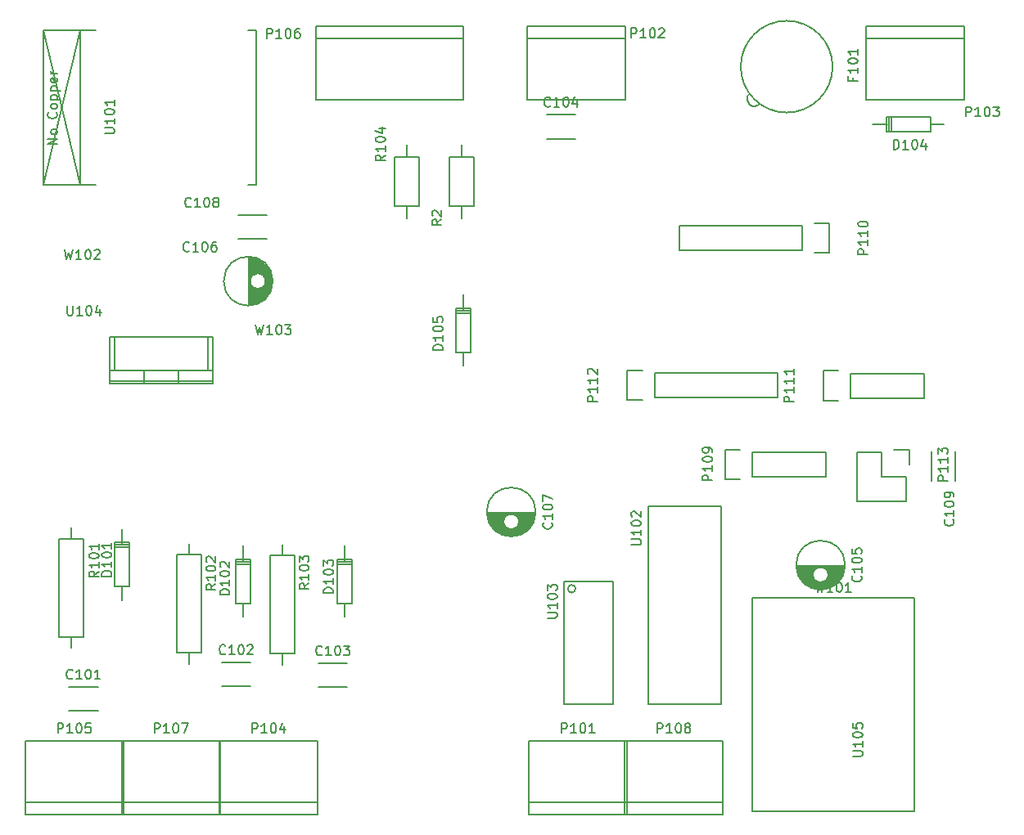
<source format=gbr>
G04 #@! TF.FileFunction,Legend,Top*
%FSLAX46Y46*%
G04 Gerber Fmt 4.6, Leading zero omitted, Abs format (unit mm)*
G04 Created by KiCad (PCBNEW 4.0.2+dfsg1-stable) date sáb 25 feb 2017 08:56:35 CET*
%MOMM*%
G01*
G04 APERTURE LIST*
%ADD10C,0.100000*%
%ADD11C,0.150000*%
%ADD12C,0.152400*%
G04 APERTURE END LIST*
D10*
D11*
X131711080Y-52650640D02*
X131568840Y-52770020D01*
X131568840Y-52770020D02*
X131408820Y-52858920D01*
X131408820Y-52858920D02*
X131159900Y-52909720D01*
X131159900Y-52909720D02*
X130900820Y-52879240D01*
X130900820Y-52879240D02*
X130639200Y-52729380D01*
X130639200Y-52729380D02*
X130469020Y-52510940D01*
X130469020Y-52510940D02*
X130390280Y-52218840D01*
X130390280Y-52218840D02*
X130430920Y-51929280D01*
X130430920Y-51929280D02*
X130509660Y-51748940D01*
X130509660Y-51748940D02*
X130659520Y-51619400D01*
X139239640Y-48800000D02*
G75*
G03X139239640Y-48800000I-4749800J0D01*
G01*
X149366520Y-54747460D02*
X150763520Y-54747460D01*
X144921520Y-54747460D02*
X143397520Y-54747460D01*
X145302520Y-53985460D02*
X145302520Y-55509460D01*
X145048520Y-53985460D02*
X145048520Y-55509460D01*
X144794520Y-54747460D02*
X144794520Y-55509460D01*
X144794520Y-55509460D02*
X149366520Y-55509460D01*
X149366520Y-55509460D02*
X149366520Y-53985460D01*
X149366520Y-53985460D02*
X144794520Y-53985460D01*
X144794520Y-53985460D02*
X144794520Y-54747460D01*
X65752540Y-102616520D02*
X65752540Y-104013520D01*
X65752540Y-98171520D02*
X65752540Y-96647520D01*
X66514540Y-98552520D02*
X64990540Y-98552520D01*
X66514540Y-98298520D02*
X64990540Y-98298520D01*
X65752540Y-98044520D02*
X64990540Y-98044520D01*
X64990540Y-98044520D02*
X64990540Y-102616520D01*
X64990540Y-102616520D02*
X66514540Y-102616520D01*
X66514540Y-102616520D02*
X66514540Y-98044520D01*
X66514540Y-98044520D02*
X65752540Y-98044520D01*
X60250000Y-113000000D02*
X63250000Y-113000000D01*
X63250000Y-115500000D02*
X60250000Y-115500000D01*
X76050000Y-110450000D02*
X79050000Y-110450000D01*
X79050000Y-112950000D02*
X76050000Y-112950000D01*
X86050000Y-110550000D02*
X89050000Y-110550000D01*
X89050000Y-113050000D02*
X86050000Y-113050000D01*
X109650000Y-53750000D02*
X112650000Y-53750000D01*
X112650000Y-56250000D02*
X109650000Y-56250000D01*
X78302540Y-104366520D02*
X78302540Y-105763520D01*
X78302540Y-99921520D02*
X78302540Y-98397520D01*
X79064540Y-100302520D02*
X77540540Y-100302520D01*
X79064540Y-100048520D02*
X77540540Y-100048520D01*
X78302540Y-99794520D02*
X77540540Y-99794520D01*
X77540540Y-99794520D02*
X77540540Y-104366520D01*
X77540540Y-104366520D02*
X79064540Y-104366520D01*
X79064540Y-104366520D02*
X79064540Y-99794520D01*
X79064540Y-99794520D02*
X78302540Y-99794520D01*
X88802540Y-104366520D02*
X88802540Y-105763520D01*
X88802540Y-99921520D02*
X88802540Y-98397520D01*
X89564540Y-100302520D02*
X88040540Y-100302520D01*
X89564540Y-100048520D02*
X88040540Y-100048520D01*
X88802540Y-99794520D02*
X88040540Y-99794520D01*
X88040540Y-99794520D02*
X88040540Y-104366520D01*
X88040540Y-104366520D02*
X89564540Y-104366520D01*
X89564540Y-104366520D02*
X89564540Y-99794520D01*
X89564540Y-99794520D02*
X88802540Y-99794520D01*
X117980000Y-124940000D02*
X107820000Y-124940000D01*
X117980000Y-126210000D02*
X117980000Y-118590000D01*
X117980000Y-118590000D02*
X107820000Y-118590000D01*
X107820000Y-118590000D02*
X107820000Y-126210000D01*
X107820000Y-126210000D02*
X117980000Y-126210000D01*
X107620000Y-45860000D02*
X117780000Y-45860000D01*
X107620000Y-44590000D02*
X107620000Y-52210000D01*
X107620000Y-52210000D02*
X117780000Y-52210000D01*
X117780000Y-52210000D02*
X117780000Y-44590000D01*
X117780000Y-44590000D02*
X107620000Y-44590000D01*
X142720000Y-45860000D02*
X152880000Y-45860000D01*
X142720000Y-44590000D02*
X142720000Y-52210000D01*
X142720000Y-52210000D02*
X152880000Y-52210000D01*
X152880000Y-52210000D02*
X152880000Y-44590000D01*
X152880000Y-44590000D02*
X142720000Y-44590000D01*
X85980000Y-124940000D02*
X75820000Y-124940000D01*
X85980000Y-126210000D02*
X85980000Y-118590000D01*
X85980000Y-118590000D02*
X75820000Y-118590000D01*
X75820000Y-118590000D02*
X75820000Y-126210000D01*
X75820000Y-126210000D02*
X85980000Y-126210000D01*
X65880000Y-124940000D02*
X55720000Y-124940000D01*
X65880000Y-126210000D02*
X65880000Y-118590000D01*
X65880000Y-118590000D02*
X55720000Y-118590000D01*
X55720000Y-118590000D02*
X55720000Y-126210000D01*
X55720000Y-126210000D02*
X65880000Y-126210000D01*
X101020000Y-44590000D02*
X101020000Y-52210000D01*
X85780000Y-44590000D02*
X85780000Y-52210000D01*
X101020000Y-45860000D02*
X85780000Y-45860000D01*
X101020000Y-52210000D02*
X85780000Y-52210000D01*
X101020000Y-44590000D02*
X85780000Y-44590000D01*
X75880000Y-124940000D02*
X65720000Y-124940000D01*
X75880000Y-126210000D02*
X75880000Y-118590000D01*
X75880000Y-118590000D02*
X65720000Y-118590000D01*
X65720000Y-118590000D02*
X65720000Y-126210000D01*
X65720000Y-126210000D02*
X75880000Y-126210000D01*
X127880000Y-124940000D02*
X117720000Y-124940000D01*
X127880000Y-126210000D02*
X127880000Y-118590000D01*
X127880000Y-118590000D02*
X117720000Y-118590000D01*
X117720000Y-118590000D02*
X117720000Y-126210000D01*
X117720000Y-126210000D02*
X127880000Y-126210000D01*
X99630000Y-63260000D02*
X99630000Y-58180000D01*
X99630000Y-58180000D02*
X102170000Y-58180000D01*
X102170000Y-58180000D02*
X102170000Y-63260000D01*
X102170000Y-63260000D02*
X99630000Y-63260000D01*
X100900000Y-63260000D02*
X100900000Y-64530000D01*
X100900000Y-58180000D02*
X100900000Y-56910000D01*
X61770000Y-97670000D02*
X59230000Y-97670000D01*
X59230000Y-97670000D02*
X59230000Y-107830000D01*
X59230000Y-107830000D02*
X61770000Y-107830000D01*
X61770000Y-107830000D02*
X61770000Y-97670000D01*
X60500000Y-108980000D02*
X60500000Y-107830000D01*
X60500000Y-96520000D02*
X60500000Y-97670000D01*
X73920000Y-99315000D02*
X71380000Y-99315000D01*
X71380000Y-99315000D02*
X71380000Y-109475000D01*
X71380000Y-109475000D02*
X73920000Y-109475000D01*
X73920000Y-109475000D02*
X73920000Y-99315000D01*
X72650000Y-110625000D02*
X72650000Y-109475000D01*
X72650000Y-98165000D02*
X72650000Y-99315000D01*
X83570000Y-99420000D02*
X81030000Y-99420000D01*
X81030000Y-99420000D02*
X81030000Y-109580000D01*
X81030000Y-109580000D02*
X83570000Y-109580000D01*
X83570000Y-109580000D02*
X83570000Y-99420000D01*
X82300000Y-110730000D02*
X82300000Y-109580000D01*
X82300000Y-98270000D02*
X82300000Y-99420000D01*
X96470000Y-58140000D02*
X96470000Y-63220000D01*
X96470000Y-63220000D02*
X93930000Y-63220000D01*
X93930000Y-63220000D02*
X93930000Y-58140000D01*
X93930000Y-58140000D02*
X96470000Y-58140000D01*
X95200000Y-58140000D02*
X95200000Y-56870000D01*
X95200000Y-63220000D02*
X95200000Y-64490000D01*
X127700000Y-94300000D02*
X127700000Y-114800000D01*
X127700000Y-114800000D02*
X120200000Y-114800000D01*
X120200000Y-114800000D02*
X120200000Y-94300000D01*
X120200000Y-94300000D02*
X127700000Y-94300000D01*
X112650780Y-102850000D02*
G75*
G03X112650780Y-102850000I-400780J0D01*
G01*
X111490000Y-102120000D02*
X111490000Y-114820000D01*
X111490000Y-114820000D02*
X116570000Y-114820000D01*
X116570000Y-114820000D02*
X116570000Y-102120000D01*
X116570000Y-102120000D02*
X111490000Y-102120000D01*
X64974000Y-80251000D02*
X64974000Y-76822000D01*
X74626000Y-80251000D02*
X74626000Y-76822000D01*
X64466000Y-81394000D02*
X75134000Y-81394000D01*
X68022000Y-80378000D02*
X68022000Y-81648000D01*
X71578000Y-80378000D02*
X71578000Y-81648000D01*
X75134000Y-80251000D02*
X64466000Y-80251000D01*
X64466000Y-76822000D02*
X75134000Y-76822000D01*
X75134000Y-81648000D02*
X75134000Y-76822000D01*
X64466000Y-81648000D02*
X64466000Y-76822000D01*
X64466000Y-81648000D02*
X75134000Y-81648000D01*
X140499000Y-100475000D02*
X135501000Y-100475000D01*
X140491000Y-100615000D02*
X138154000Y-100615000D01*
X137846000Y-100615000D02*
X135509000Y-100615000D01*
X140475000Y-100755000D02*
X138473000Y-100755000D01*
X137527000Y-100755000D02*
X135525000Y-100755000D01*
X140451000Y-100895000D02*
X138620000Y-100895000D01*
X137380000Y-100895000D02*
X135549000Y-100895000D01*
X140418000Y-101035000D02*
X138712000Y-101035000D01*
X137288000Y-101035000D02*
X135582000Y-101035000D01*
X140377000Y-101175000D02*
X138768000Y-101175000D01*
X137232000Y-101175000D02*
X135623000Y-101175000D01*
X140327000Y-101315000D02*
X138795000Y-101315000D01*
X137205000Y-101315000D02*
X135673000Y-101315000D01*
X140266000Y-101455000D02*
X138798000Y-101455000D01*
X137202000Y-101455000D02*
X135734000Y-101455000D01*
X140196000Y-101595000D02*
X138776000Y-101595000D01*
X137224000Y-101595000D02*
X135804000Y-101595000D01*
X140114000Y-101735000D02*
X138726000Y-101735000D01*
X137274000Y-101735000D02*
X135886000Y-101735000D01*
X140019000Y-101875000D02*
X138644000Y-101875000D01*
X137356000Y-101875000D02*
X135981000Y-101875000D01*
X139908000Y-102015000D02*
X138512000Y-102015000D01*
X137488000Y-102015000D02*
X136092000Y-102015000D01*
X139780000Y-102155000D02*
X138265000Y-102155000D01*
X137735000Y-102155000D02*
X136220000Y-102155000D01*
X139631000Y-102295000D02*
X136369000Y-102295000D01*
X139452000Y-102435000D02*
X136548000Y-102435000D01*
X139233000Y-102575000D02*
X136767000Y-102575000D01*
X138944000Y-102715000D02*
X137056000Y-102715000D01*
X138472000Y-102855000D02*
X137528000Y-102855000D01*
X138800000Y-101400000D02*
G75*
G03X138800000Y-101400000I-800000J0D01*
G01*
X140537500Y-100400000D02*
G75*
G03X140537500Y-100400000I-2537500J0D01*
G01*
X78875000Y-68501000D02*
X78875000Y-73499000D01*
X79015000Y-68509000D02*
X79015000Y-70846000D01*
X79015000Y-71154000D02*
X79015000Y-73491000D01*
X79155000Y-68525000D02*
X79155000Y-70527000D01*
X79155000Y-71473000D02*
X79155000Y-73475000D01*
X79295000Y-68549000D02*
X79295000Y-70380000D01*
X79295000Y-71620000D02*
X79295000Y-73451000D01*
X79435000Y-68582000D02*
X79435000Y-70288000D01*
X79435000Y-71712000D02*
X79435000Y-73418000D01*
X79575000Y-68623000D02*
X79575000Y-70232000D01*
X79575000Y-71768000D02*
X79575000Y-73377000D01*
X79715000Y-68673000D02*
X79715000Y-70205000D01*
X79715000Y-71795000D02*
X79715000Y-73327000D01*
X79855000Y-68734000D02*
X79855000Y-70202000D01*
X79855000Y-71798000D02*
X79855000Y-73266000D01*
X79995000Y-68804000D02*
X79995000Y-70224000D01*
X79995000Y-71776000D02*
X79995000Y-73196000D01*
X80135000Y-68886000D02*
X80135000Y-70274000D01*
X80135000Y-71726000D02*
X80135000Y-73114000D01*
X80275000Y-68981000D02*
X80275000Y-70356000D01*
X80275000Y-71644000D02*
X80275000Y-73019000D01*
X80415000Y-69092000D02*
X80415000Y-70488000D01*
X80415000Y-71512000D02*
X80415000Y-72908000D01*
X80555000Y-69220000D02*
X80555000Y-70735000D01*
X80555000Y-71265000D02*
X80555000Y-72780000D01*
X80695000Y-69369000D02*
X80695000Y-72631000D01*
X80835000Y-69548000D02*
X80835000Y-72452000D01*
X80975000Y-69767000D02*
X80975000Y-72233000D01*
X81115000Y-70056000D02*
X81115000Y-71944000D01*
X81255000Y-70528000D02*
X81255000Y-71472000D01*
X80600000Y-71000000D02*
G75*
G03X80600000Y-71000000I-800000J0D01*
G01*
X81337500Y-71000000D02*
G75*
G03X81337500Y-71000000I-2537500J0D01*
G01*
X108499000Y-94975000D02*
X103501000Y-94975000D01*
X108491000Y-95115000D02*
X106154000Y-95115000D01*
X105846000Y-95115000D02*
X103509000Y-95115000D01*
X108475000Y-95255000D02*
X106473000Y-95255000D01*
X105527000Y-95255000D02*
X103525000Y-95255000D01*
X108451000Y-95395000D02*
X106620000Y-95395000D01*
X105380000Y-95395000D02*
X103549000Y-95395000D01*
X108418000Y-95535000D02*
X106712000Y-95535000D01*
X105288000Y-95535000D02*
X103582000Y-95535000D01*
X108377000Y-95675000D02*
X106768000Y-95675000D01*
X105232000Y-95675000D02*
X103623000Y-95675000D01*
X108327000Y-95815000D02*
X106795000Y-95815000D01*
X105205000Y-95815000D02*
X103673000Y-95815000D01*
X108266000Y-95955000D02*
X106798000Y-95955000D01*
X105202000Y-95955000D02*
X103734000Y-95955000D01*
X108196000Y-96095000D02*
X106776000Y-96095000D01*
X105224000Y-96095000D02*
X103804000Y-96095000D01*
X108114000Y-96235000D02*
X106726000Y-96235000D01*
X105274000Y-96235000D02*
X103886000Y-96235000D01*
X108019000Y-96375000D02*
X106644000Y-96375000D01*
X105356000Y-96375000D02*
X103981000Y-96375000D01*
X107908000Y-96515000D02*
X106512000Y-96515000D01*
X105488000Y-96515000D02*
X104092000Y-96515000D01*
X107780000Y-96655000D02*
X106265000Y-96655000D01*
X105735000Y-96655000D02*
X104220000Y-96655000D01*
X107631000Y-96795000D02*
X104369000Y-96795000D01*
X107452000Y-96935000D02*
X104548000Y-96935000D01*
X107233000Y-97075000D02*
X104767000Y-97075000D01*
X106944000Y-97215000D02*
X105056000Y-97215000D01*
X106472000Y-97355000D02*
X105528000Y-97355000D01*
X106800000Y-95900000D02*
G75*
G03X106800000Y-95900000I-800000J0D01*
G01*
X108537500Y-94900000D02*
G75*
G03X108537500Y-94900000I-2537500J0D01*
G01*
X130918000Y-103824000D02*
X147682000Y-103824000D01*
X147682000Y-103824000D02*
X147682000Y-125922000D01*
X147682000Y-125922000D02*
X130918000Y-125922000D01*
X130918000Y-125922000D02*
X130918000Y-103824000D01*
X77750000Y-64150000D02*
X80750000Y-64150000D01*
X80750000Y-66650000D02*
X77750000Y-66650000D01*
X149450000Y-91650000D02*
X149450000Y-88650000D01*
X151950000Y-88650000D02*
X151950000Y-91650000D01*
X136060000Y-67810000D02*
X123360000Y-67810000D01*
X123360000Y-67810000D02*
X123360000Y-65270000D01*
X123360000Y-65270000D02*
X136060000Y-65270000D01*
X138880000Y-68090000D02*
X137330000Y-68090000D01*
X136060000Y-67810000D02*
X136060000Y-65270000D01*
X137330000Y-64990000D02*
X138880000Y-64990000D01*
X138880000Y-64990000D02*
X138880000Y-68090000D01*
D12*
X57600000Y-61000000D02*
X57600000Y-45000000D01*
X57600000Y-45000000D02*
X63000000Y-45000000D01*
X57600000Y-61000000D02*
X63000000Y-61000000D01*
X78800000Y-61000000D02*
X79600000Y-61000000D01*
X79600000Y-61000000D02*
X79600000Y-45000000D01*
X79600000Y-45000000D02*
X78800000Y-45000000D01*
X57600000Y-45000000D02*
X61400000Y-61000000D01*
X57600000Y-61000000D02*
X61400000Y-45000000D01*
X61400000Y-61008000D02*
X61400000Y-45008000D01*
D11*
X130970000Y-91270000D02*
X138590000Y-91270000D01*
X130970000Y-88730000D02*
X138590000Y-88730000D01*
X128150000Y-88450000D02*
X129700000Y-88450000D01*
X138590000Y-91270000D02*
X138590000Y-88730000D01*
X130970000Y-88730000D02*
X130970000Y-91270000D01*
X129700000Y-91550000D02*
X128150000Y-91550000D01*
X128150000Y-91550000D02*
X128150000Y-88450000D01*
X141130000Y-83090000D02*
X148750000Y-83090000D01*
X141130000Y-80550000D02*
X148750000Y-80550000D01*
X138310000Y-80270000D02*
X139860000Y-80270000D01*
X148750000Y-83090000D02*
X148750000Y-80550000D01*
X141130000Y-80550000D02*
X141130000Y-83090000D01*
X139860000Y-83370000D02*
X138310000Y-83370000D01*
X138310000Y-83370000D02*
X138310000Y-80270000D01*
X120820000Y-80510000D02*
X133520000Y-80510000D01*
X133520000Y-80510000D02*
X133520000Y-83050000D01*
X133520000Y-83050000D02*
X120820000Y-83050000D01*
X118000000Y-80230000D02*
X119550000Y-80230000D01*
X120820000Y-80510000D02*
X120820000Y-83050000D01*
X119550000Y-83330000D02*
X118000000Y-83330000D01*
X118000000Y-83330000D02*
X118000000Y-80230000D01*
X101002540Y-78366520D02*
X101002540Y-79763520D01*
X101002540Y-73921520D02*
X101002540Y-72397520D01*
X101764540Y-74302520D02*
X100240540Y-74302520D01*
X101764540Y-74048520D02*
X100240540Y-74048520D01*
X101002540Y-73794520D02*
X100240540Y-73794520D01*
X100240540Y-73794520D02*
X100240540Y-78366520D01*
X100240540Y-78366520D02*
X101764540Y-78366520D01*
X101764540Y-78366520D02*
X101764540Y-73794520D01*
X101764540Y-73794520D02*
X101002540Y-73794520D01*
X145600000Y-88450000D02*
X147150000Y-88450000D01*
X147150000Y-90000000D02*
X147150000Y-88450000D01*
X144330000Y-88730000D02*
X144330000Y-91270000D01*
X144330000Y-91270000D02*
X146870000Y-91270000D01*
X146870000Y-91270000D02*
X146870000Y-93810000D01*
X146870000Y-93810000D02*
X141790000Y-93810000D01*
X141790000Y-93810000D02*
X141790000Y-88730000D01*
X141790000Y-88730000D02*
X144330000Y-88730000D01*
X141319591Y-49935854D02*
X141319591Y-50269188D01*
X141843401Y-50269188D02*
X140843401Y-50269188D01*
X140843401Y-49792997D01*
X141843401Y-48888235D02*
X141843401Y-49459664D01*
X141843401Y-49173950D02*
X140843401Y-49173950D01*
X140986258Y-49269188D01*
X141081496Y-49364426D01*
X141129115Y-49459664D01*
X140843401Y-48269188D02*
X140843401Y-48173949D01*
X140891020Y-48078711D01*
X140938639Y-48031092D01*
X141033877Y-47983473D01*
X141224353Y-47935854D01*
X141462449Y-47935854D01*
X141652925Y-47983473D01*
X141748163Y-48031092D01*
X141795782Y-48078711D01*
X141843401Y-48173949D01*
X141843401Y-48269188D01*
X141795782Y-48364426D01*
X141748163Y-48412045D01*
X141652925Y-48459664D01*
X141462449Y-48507283D01*
X141224353Y-48507283D01*
X141033877Y-48459664D01*
X140938639Y-48412045D01*
X140891020Y-48364426D01*
X140843401Y-48269188D01*
X141843401Y-46983473D02*
X141843401Y-47554902D01*
X141843401Y-47269188D02*
X140843401Y-47269188D01*
X140986258Y-47364426D01*
X141081496Y-47459664D01*
X141129115Y-47554902D01*
X145549524Y-57352381D02*
X145549524Y-56352381D01*
X145787619Y-56352381D01*
X145930477Y-56400000D01*
X146025715Y-56495238D01*
X146073334Y-56590476D01*
X146120953Y-56780952D01*
X146120953Y-56923810D01*
X146073334Y-57114286D01*
X146025715Y-57209524D01*
X145930477Y-57304762D01*
X145787619Y-57352381D01*
X145549524Y-57352381D01*
X147073334Y-57352381D02*
X146501905Y-57352381D01*
X146787619Y-57352381D02*
X146787619Y-56352381D01*
X146692381Y-56495238D01*
X146597143Y-56590476D01*
X146501905Y-56638095D01*
X147692381Y-56352381D02*
X147787620Y-56352381D01*
X147882858Y-56400000D01*
X147930477Y-56447619D01*
X147978096Y-56542857D01*
X148025715Y-56733333D01*
X148025715Y-56971429D01*
X147978096Y-57161905D01*
X147930477Y-57257143D01*
X147882858Y-57304762D01*
X147787620Y-57352381D01*
X147692381Y-57352381D01*
X147597143Y-57304762D01*
X147549524Y-57257143D01*
X147501905Y-57161905D01*
X147454286Y-56971429D01*
X147454286Y-56733333D01*
X147501905Y-56542857D01*
X147549524Y-56447619D01*
X147597143Y-56400000D01*
X147692381Y-56352381D01*
X148882858Y-56685714D02*
X148882858Y-57352381D01*
X148644762Y-56304762D02*
X148406667Y-57019048D01*
X149025715Y-57019048D01*
X64662381Y-101550476D02*
X63662381Y-101550476D01*
X63662381Y-101312381D01*
X63710000Y-101169523D01*
X63805238Y-101074285D01*
X63900476Y-101026666D01*
X64090952Y-100979047D01*
X64233810Y-100979047D01*
X64424286Y-101026666D01*
X64519524Y-101074285D01*
X64614762Y-101169523D01*
X64662381Y-101312381D01*
X64662381Y-101550476D01*
X64662381Y-100026666D02*
X64662381Y-100598095D01*
X64662381Y-100312381D02*
X63662381Y-100312381D01*
X63805238Y-100407619D01*
X63900476Y-100502857D01*
X63948095Y-100598095D01*
X63662381Y-99407619D02*
X63662381Y-99312380D01*
X63710000Y-99217142D01*
X63757619Y-99169523D01*
X63852857Y-99121904D01*
X64043333Y-99074285D01*
X64281429Y-99074285D01*
X64471905Y-99121904D01*
X64567143Y-99169523D01*
X64614762Y-99217142D01*
X64662381Y-99312380D01*
X64662381Y-99407619D01*
X64614762Y-99502857D01*
X64567143Y-99550476D01*
X64471905Y-99598095D01*
X64281429Y-99645714D01*
X64043333Y-99645714D01*
X63852857Y-99598095D01*
X63757619Y-99550476D01*
X63710000Y-99502857D01*
X63662381Y-99407619D01*
X64662381Y-98121904D02*
X64662381Y-98693333D01*
X64662381Y-98407619D02*
X63662381Y-98407619D01*
X63805238Y-98502857D01*
X63900476Y-98598095D01*
X63948095Y-98693333D01*
X60630953Y-112107143D02*
X60583334Y-112154762D01*
X60440477Y-112202381D01*
X60345239Y-112202381D01*
X60202381Y-112154762D01*
X60107143Y-112059524D01*
X60059524Y-111964286D01*
X60011905Y-111773810D01*
X60011905Y-111630952D01*
X60059524Y-111440476D01*
X60107143Y-111345238D01*
X60202381Y-111250000D01*
X60345239Y-111202381D01*
X60440477Y-111202381D01*
X60583334Y-111250000D01*
X60630953Y-111297619D01*
X61583334Y-112202381D02*
X61011905Y-112202381D01*
X61297619Y-112202381D02*
X61297619Y-111202381D01*
X61202381Y-111345238D01*
X61107143Y-111440476D01*
X61011905Y-111488095D01*
X62202381Y-111202381D02*
X62297620Y-111202381D01*
X62392858Y-111250000D01*
X62440477Y-111297619D01*
X62488096Y-111392857D01*
X62535715Y-111583333D01*
X62535715Y-111821429D01*
X62488096Y-112011905D01*
X62440477Y-112107143D01*
X62392858Y-112154762D01*
X62297620Y-112202381D01*
X62202381Y-112202381D01*
X62107143Y-112154762D01*
X62059524Y-112107143D01*
X62011905Y-112011905D01*
X61964286Y-111821429D01*
X61964286Y-111583333D01*
X62011905Y-111392857D01*
X62059524Y-111297619D01*
X62107143Y-111250000D01*
X62202381Y-111202381D01*
X63488096Y-112202381D02*
X62916667Y-112202381D01*
X63202381Y-112202381D02*
X63202381Y-111202381D01*
X63107143Y-111345238D01*
X63011905Y-111440476D01*
X62916667Y-111488095D01*
X76430953Y-109557143D02*
X76383334Y-109604762D01*
X76240477Y-109652381D01*
X76145239Y-109652381D01*
X76002381Y-109604762D01*
X75907143Y-109509524D01*
X75859524Y-109414286D01*
X75811905Y-109223810D01*
X75811905Y-109080952D01*
X75859524Y-108890476D01*
X75907143Y-108795238D01*
X76002381Y-108700000D01*
X76145239Y-108652381D01*
X76240477Y-108652381D01*
X76383334Y-108700000D01*
X76430953Y-108747619D01*
X77383334Y-109652381D02*
X76811905Y-109652381D01*
X77097619Y-109652381D02*
X77097619Y-108652381D01*
X77002381Y-108795238D01*
X76907143Y-108890476D01*
X76811905Y-108938095D01*
X78002381Y-108652381D02*
X78097620Y-108652381D01*
X78192858Y-108700000D01*
X78240477Y-108747619D01*
X78288096Y-108842857D01*
X78335715Y-109033333D01*
X78335715Y-109271429D01*
X78288096Y-109461905D01*
X78240477Y-109557143D01*
X78192858Y-109604762D01*
X78097620Y-109652381D01*
X78002381Y-109652381D01*
X77907143Y-109604762D01*
X77859524Y-109557143D01*
X77811905Y-109461905D01*
X77764286Y-109271429D01*
X77764286Y-109033333D01*
X77811905Y-108842857D01*
X77859524Y-108747619D01*
X77907143Y-108700000D01*
X78002381Y-108652381D01*
X78716667Y-108747619D02*
X78764286Y-108700000D01*
X78859524Y-108652381D01*
X79097620Y-108652381D01*
X79192858Y-108700000D01*
X79240477Y-108747619D01*
X79288096Y-108842857D01*
X79288096Y-108938095D01*
X79240477Y-109080952D01*
X78669048Y-109652381D01*
X79288096Y-109652381D01*
X86430953Y-109657143D02*
X86383334Y-109704762D01*
X86240477Y-109752381D01*
X86145239Y-109752381D01*
X86002381Y-109704762D01*
X85907143Y-109609524D01*
X85859524Y-109514286D01*
X85811905Y-109323810D01*
X85811905Y-109180952D01*
X85859524Y-108990476D01*
X85907143Y-108895238D01*
X86002381Y-108800000D01*
X86145239Y-108752381D01*
X86240477Y-108752381D01*
X86383334Y-108800000D01*
X86430953Y-108847619D01*
X87383334Y-109752381D02*
X86811905Y-109752381D01*
X87097619Y-109752381D02*
X87097619Y-108752381D01*
X87002381Y-108895238D01*
X86907143Y-108990476D01*
X86811905Y-109038095D01*
X88002381Y-108752381D02*
X88097620Y-108752381D01*
X88192858Y-108800000D01*
X88240477Y-108847619D01*
X88288096Y-108942857D01*
X88335715Y-109133333D01*
X88335715Y-109371429D01*
X88288096Y-109561905D01*
X88240477Y-109657143D01*
X88192858Y-109704762D01*
X88097620Y-109752381D01*
X88002381Y-109752381D01*
X87907143Y-109704762D01*
X87859524Y-109657143D01*
X87811905Y-109561905D01*
X87764286Y-109371429D01*
X87764286Y-109133333D01*
X87811905Y-108942857D01*
X87859524Y-108847619D01*
X87907143Y-108800000D01*
X88002381Y-108752381D01*
X88669048Y-108752381D02*
X89288096Y-108752381D01*
X88954762Y-109133333D01*
X89097620Y-109133333D01*
X89192858Y-109180952D01*
X89240477Y-109228571D01*
X89288096Y-109323810D01*
X89288096Y-109561905D01*
X89240477Y-109657143D01*
X89192858Y-109704762D01*
X89097620Y-109752381D01*
X88811905Y-109752381D01*
X88716667Y-109704762D01*
X88669048Y-109657143D01*
X110030953Y-52857143D02*
X109983334Y-52904762D01*
X109840477Y-52952381D01*
X109745239Y-52952381D01*
X109602381Y-52904762D01*
X109507143Y-52809524D01*
X109459524Y-52714286D01*
X109411905Y-52523810D01*
X109411905Y-52380952D01*
X109459524Y-52190476D01*
X109507143Y-52095238D01*
X109602381Y-52000000D01*
X109745239Y-51952381D01*
X109840477Y-51952381D01*
X109983334Y-52000000D01*
X110030953Y-52047619D01*
X110983334Y-52952381D02*
X110411905Y-52952381D01*
X110697619Y-52952381D02*
X110697619Y-51952381D01*
X110602381Y-52095238D01*
X110507143Y-52190476D01*
X110411905Y-52238095D01*
X111602381Y-51952381D02*
X111697620Y-51952381D01*
X111792858Y-52000000D01*
X111840477Y-52047619D01*
X111888096Y-52142857D01*
X111935715Y-52333333D01*
X111935715Y-52571429D01*
X111888096Y-52761905D01*
X111840477Y-52857143D01*
X111792858Y-52904762D01*
X111697620Y-52952381D01*
X111602381Y-52952381D01*
X111507143Y-52904762D01*
X111459524Y-52857143D01*
X111411905Y-52761905D01*
X111364286Y-52571429D01*
X111364286Y-52333333D01*
X111411905Y-52142857D01*
X111459524Y-52047619D01*
X111507143Y-52000000D01*
X111602381Y-51952381D01*
X112792858Y-52285714D02*
X112792858Y-52952381D01*
X112554762Y-51904762D02*
X112316667Y-52619048D01*
X112935715Y-52619048D01*
X76862381Y-103470476D02*
X75862381Y-103470476D01*
X75862381Y-103232381D01*
X75910000Y-103089523D01*
X76005238Y-102994285D01*
X76100476Y-102946666D01*
X76290952Y-102899047D01*
X76433810Y-102899047D01*
X76624286Y-102946666D01*
X76719524Y-102994285D01*
X76814762Y-103089523D01*
X76862381Y-103232381D01*
X76862381Y-103470476D01*
X76862381Y-101946666D02*
X76862381Y-102518095D01*
X76862381Y-102232381D02*
X75862381Y-102232381D01*
X76005238Y-102327619D01*
X76100476Y-102422857D01*
X76148095Y-102518095D01*
X75862381Y-101327619D02*
X75862381Y-101232380D01*
X75910000Y-101137142D01*
X75957619Y-101089523D01*
X76052857Y-101041904D01*
X76243333Y-100994285D01*
X76481429Y-100994285D01*
X76671905Y-101041904D01*
X76767143Y-101089523D01*
X76814762Y-101137142D01*
X76862381Y-101232380D01*
X76862381Y-101327619D01*
X76814762Y-101422857D01*
X76767143Y-101470476D01*
X76671905Y-101518095D01*
X76481429Y-101565714D01*
X76243333Y-101565714D01*
X76052857Y-101518095D01*
X75957619Y-101470476D01*
X75910000Y-101422857D01*
X75862381Y-101327619D01*
X75957619Y-100613333D02*
X75910000Y-100565714D01*
X75862381Y-100470476D01*
X75862381Y-100232380D01*
X75910000Y-100137142D01*
X75957619Y-100089523D01*
X76052857Y-100041904D01*
X76148095Y-100041904D01*
X76290952Y-100089523D01*
X76862381Y-100660952D01*
X76862381Y-100041904D01*
X87592381Y-103300476D02*
X86592381Y-103300476D01*
X86592381Y-103062381D01*
X86640000Y-102919523D01*
X86735238Y-102824285D01*
X86830476Y-102776666D01*
X87020952Y-102729047D01*
X87163810Y-102729047D01*
X87354286Y-102776666D01*
X87449524Y-102824285D01*
X87544762Y-102919523D01*
X87592381Y-103062381D01*
X87592381Y-103300476D01*
X87592381Y-101776666D02*
X87592381Y-102348095D01*
X87592381Y-102062381D02*
X86592381Y-102062381D01*
X86735238Y-102157619D01*
X86830476Y-102252857D01*
X86878095Y-102348095D01*
X86592381Y-101157619D02*
X86592381Y-101062380D01*
X86640000Y-100967142D01*
X86687619Y-100919523D01*
X86782857Y-100871904D01*
X86973333Y-100824285D01*
X87211429Y-100824285D01*
X87401905Y-100871904D01*
X87497143Y-100919523D01*
X87544762Y-100967142D01*
X87592381Y-101062380D01*
X87592381Y-101157619D01*
X87544762Y-101252857D01*
X87497143Y-101300476D01*
X87401905Y-101348095D01*
X87211429Y-101395714D01*
X86973333Y-101395714D01*
X86782857Y-101348095D01*
X86687619Y-101300476D01*
X86640000Y-101252857D01*
X86592381Y-101157619D01*
X86592381Y-100490952D02*
X86592381Y-99871904D01*
X86973333Y-100205238D01*
X86973333Y-100062380D01*
X87020952Y-99967142D01*
X87068571Y-99919523D01*
X87163810Y-99871904D01*
X87401905Y-99871904D01*
X87497143Y-99919523D01*
X87544762Y-99967142D01*
X87592381Y-100062380D01*
X87592381Y-100348095D01*
X87544762Y-100443333D01*
X87497143Y-100490952D01*
X111209524Y-117772381D02*
X111209524Y-116772381D01*
X111590477Y-116772381D01*
X111685715Y-116820000D01*
X111733334Y-116867619D01*
X111780953Y-116962857D01*
X111780953Y-117105714D01*
X111733334Y-117200952D01*
X111685715Y-117248571D01*
X111590477Y-117296190D01*
X111209524Y-117296190D01*
X112733334Y-117772381D02*
X112161905Y-117772381D01*
X112447619Y-117772381D02*
X112447619Y-116772381D01*
X112352381Y-116915238D01*
X112257143Y-117010476D01*
X112161905Y-117058095D01*
X113352381Y-116772381D02*
X113447620Y-116772381D01*
X113542858Y-116820000D01*
X113590477Y-116867619D01*
X113638096Y-116962857D01*
X113685715Y-117153333D01*
X113685715Y-117391429D01*
X113638096Y-117581905D01*
X113590477Y-117677143D01*
X113542858Y-117724762D01*
X113447620Y-117772381D01*
X113352381Y-117772381D01*
X113257143Y-117724762D01*
X113209524Y-117677143D01*
X113161905Y-117581905D01*
X113114286Y-117391429D01*
X113114286Y-117153333D01*
X113161905Y-116962857D01*
X113209524Y-116867619D01*
X113257143Y-116820000D01*
X113352381Y-116772381D01*
X114638096Y-117772381D02*
X114066667Y-117772381D01*
X114352381Y-117772381D02*
X114352381Y-116772381D01*
X114257143Y-116915238D01*
X114161905Y-117010476D01*
X114066667Y-117058095D01*
X118419524Y-45812381D02*
X118419524Y-44812381D01*
X118800477Y-44812381D01*
X118895715Y-44860000D01*
X118943334Y-44907619D01*
X118990953Y-45002857D01*
X118990953Y-45145714D01*
X118943334Y-45240952D01*
X118895715Y-45288571D01*
X118800477Y-45336190D01*
X118419524Y-45336190D01*
X119943334Y-45812381D02*
X119371905Y-45812381D01*
X119657619Y-45812381D02*
X119657619Y-44812381D01*
X119562381Y-44955238D01*
X119467143Y-45050476D01*
X119371905Y-45098095D01*
X120562381Y-44812381D02*
X120657620Y-44812381D01*
X120752858Y-44860000D01*
X120800477Y-44907619D01*
X120848096Y-45002857D01*
X120895715Y-45193333D01*
X120895715Y-45431429D01*
X120848096Y-45621905D01*
X120800477Y-45717143D01*
X120752858Y-45764762D01*
X120657620Y-45812381D01*
X120562381Y-45812381D01*
X120467143Y-45764762D01*
X120419524Y-45717143D01*
X120371905Y-45621905D01*
X120324286Y-45431429D01*
X120324286Y-45193333D01*
X120371905Y-45002857D01*
X120419524Y-44907619D01*
X120467143Y-44860000D01*
X120562381Y-44812381D01*
X121276667Y-44907619D02*
X121324286Y-44860000D01*
X121419524Y-44812381D01*
X121657620Y-44812381D01*
X121752858Y-44860000D01*
X121800477Y-44907619D01*
X121848096Y-45002857D01*
X121848096Y-45098095D01*
X121800477Y-45240952D01*
X121229048Y-45812381D01*
X121848096Y-45812381D01*
X153029524Y-53952381D02*
X153029524Y-52952381D01*
X153410477Y-52952381D01*
X153505715Y-53000000D01*
X153553334Y-53047619D01*
X153600953Y-53142857D01*
X153600953Y-53285714D01*
X153553334Y-53380952D01*
X153505715Y-53428571D01*
X153410477Y-53476190D01*
X153029524Y-53476190D01*
X154553334Y-53952381D02*
X153981905Y-53952381D01*
X154267619Y-53952381D02*
X154267619Y-52952381D01*
X154172381Y-53095238D01*
X154077143Y-53190476D01*
X153981905Y-53238095D01*
X155172381Y-52952381D02*
X155267620Y-52952381D01*
X155362858Y-53000000D01*
X155410477Y-53047619D01*
X155458096Y-53142857D01*
X155505715Y-53333333D01*
X155505715Y-53571429D01*
X155458096Y-53761905D01*
X155410477Y-53857143D01*
X155362858Y-53904762D01*
X155267620Y-53952381D01*
X155172381Y-53952381D01*
X155077143Y-53904762D01*
X155029524Y-53857143D01*
X154981905Y-53761905D01*
X154934286Y-53571429D01*
X154934286Y-53333333D01*
X154981905Y-53142857D01*
X155029524Y-53047619D01*
X155077143Y-53000000D01*
X155172381Y-52952381D01*
X155839048Y-52952381D02*
X156458096Y-52952381D01*
X156124762Y-53333333D01*
X156267620Y-53333333D01*
X156362858Y-53380952D01*
X156410477Y-53428571D01*
X156458096Y-53523810D01*
X156458096Y-53761905D01*
X156410477Y-53857143D01*
X156362858Y-53904762D01*
X156267620Y-53952381D01*
X155981905Y-53952381D01*
X155886667Y-53904762D01*
X155839048Y-53857143D01*
X79209524Y-117772381D02*
X79209524Y-116772381D01*
X79590477Y-116772381D01*
X79685715Y-116820000D01*
X79733334Y-116867619D01*
X79780953Y-116962857D01*
X79780953Y-117105714D01*
X79733334Y-117200952D01*
X79685715Y-117248571D01*
X79590477Y-117296190D01*
X79209524Y-117296190D01*
X80733334Y-117772381D02*
X80161905Y-117772381D01*
X80447619Y-117772381D02*
X80447619Y-116772381D01*
X80352381Y-116915238D01*
X80257143Y-117010476D01*
X80161905Y-117058095D01*
X81352381Y-116772381D02*
X81447620Y-116772381D01*
X81542858Y-116820000D01*
X81590477Y-116867619D01*
X81638096Y-116962857D01*
X81685715Y-117153333D01*
X81685715Y-117391429D01*
X81638096Y-117581905D01*
X81590477Y-117677143D01*
X81542858Y-117724762D01*
X81447620Y-117772381D01*
X81352381Y-117772381D01*
X81257143Y-117724762D01*
X81209524Y-117677143D01*
X81161905Y-117581905D01*
X81114286Y-117391429D01*
X81114286Y-117153333D01*
X81161905Y-116962857D01*
X81209524Y-116867619D01*
X81257143Y-116820000D01*
X81352381Y-116772381D01*
X82542858Y-117105714D02*
X82542858Y-117772381D01*
X82304762Y-116724762D02*
X82066667Y-117439048D01*
X82685715Y-117439048D01*
X59109524Y-117772381D02*
X59109524Y-116772381D01*
X59490477Y-116772381D01*
X59585715Y-116820000D01*
X59633334Y-116867619D01*
X59680953Y-116962857D01*
X59680953Y-117105714D01*
X59633334Y-117200952D01*
X59585715Y-117248571D01*
X59490477Y-117296190D01*
X59109524Y-117296190D01*
X60633334Y-117772381D02*
X60061905Y-117772381D01*
X60347619Y-117772381D02*
X60347619Y-116772381D01*
X60252381Y-116915238D01*
X60157143Y-117010476D01*
X60061905Y-117058095D01*
X61252381Y-116772381D02*
X61347620Y-116772381D01*
X61442858Y-116820000D01*
X61490477Y-116867619D01*
X61538096Y-116962857D01*
X61585715Y-117153333D01*
X61585715Y-117391429D01*
X61538096Y-117581905D01*
X61490477Y-117677143D01*
X61442858Y-117724762D01*
X61347620Y-117772381D01*
X61252381Y-117772381D01*
X61157143Y-117724762D01*
X61109524Y-117677143D01*
X61061905Y-117581905D01*
X61014286Y-117391429D01*
X61014286Y-117153333D01*
X61061905Y-116962857D01*
X61109524Y-116867619D01*
X61157143Y-116820000D01*
X61252381Y-116772381D01*
X62490477Y-116772381D02*
X62014286Y-116772381D01*
X61966667Y-117248571D01*
X62014286Y-117200952D01*
X62109524Y-117153333D01*
X62347620Y-117153333D01*
X62442858Y-117200952D01*
X62490477Y-117248571D01*
X62538096Y-117343810D01*
X62538096Y-117581905D01*
X62490477Y-117677143D01*
X62442858Y-117724762D01*
X62347620Y-117772381D01*
X62109524Y-117772381D01*
X62014286Y-117724762D01*
X61966667Y-117677143D01*
X80739524Y-45852381D02*
X80739524Y-44852381D01*
X81120477Y-44852381D01*
X81215715Y-44900000D01*
X81263334Y-44947619D01*
X81310953Y-45042857D01*
X81310953Y-45185714D01*
X81263334Y-45280952D01*
X81215715Y-45328571D01*
X81120477Y-45376190D01*
X80739524Y-45376190D01*
X82263334Y-45852381D02*
X81691905Y-45852381D01*
X81977619Y-45852381D02*
X81977619Y-44852381D01*
X81882381Y-44995238D01*
X81787143Y-45090476D01*
X81691905Y-45138095D01*
X82882381Y-44852381D02*
X82977620Y-44852381D01*
X83072858Y-44900000D01*
X83120477Y-44947619D01*
X83168096Y-45042857D01*
X83215715Y-45233333D01*
X83215715Y-45471429D01*
X83168096Y-45661905D01*
X83120477Y-45757143D01*
X83072858Y-45804762D01*
X82977620Y-45852381D01*
X82882381Y-45852381D01*
X82787143Y-45804762D01*
X82739524Y-45757143D01*
X82691905Y-45661905D01*
X82644286Y-45471429D01*
X82644286Y-45233333D01*
X82691905Y-45042857D01*
X82739524Y-44947619D01*
X82787143Y-44900000D01*
X82882381Y-44852381D01*
X84072858Y-44852381D02*
X83882381Y-44852381D01*
X83787143Y-44900000D01*
X83739524Y-44947619D01*
X83644286Y-45090476D01*
X83596667Y-45280952D01*
X83596667Y-45661905D01*
X83644286Y-45757143D01*
X83691905Y-45804762D01*
X83787143Y-45852381D01*
X83977620Y-45852381D01*
X84072858Y-45804762D01*
X84120477Y-45757143D01*
X84168096Y-45661905D01*
X84168096Y-45423810D01*
X84120477Y-45328571D01*
X84072858Y-45280952D01*
X83977620Y-45233333D01*
X83787143Y-45233333D01*
X83691905Y-45280952D01*
X83644286Y-45328571D01*
X83596667Y-45423810D01*
X69109524Y-117772381D02*
X69109524Y-116772381D01*
X69490477Y-116772381D01*
X69585715Y-116820000D01*
X69633334Y-116867619D01*
X69680953Y-116962857D01*
X69680953Y-117105714D01*
X69633334Y-117200952D01*
X69585715Y-117248571D01*
X69490477Y-117296190D01*
X69109524Y-117296190D01*
X70633334Y-117772381D02*
X70061905Y-117772381D01*
X70347619Y-117772381D02*
X70347619Y-116772381D01*
X70252381Y-116915238D01*
X70157143Y-117010476D01*
X70061905Y-117058095D01*
X71252381Y-116772381D02*
X71347620Y-116772381D01*
X71442858Y-116820000D01*
X71490477Y-116867619D01*
X71538096Y-116962857D01*
X71585715Y-117153333D01*
X71585715Y-117391429D01*
X71538096Y-117581905D01*
X71490477Y-117677143D01*
X71442858Y-117724762D01*
X71347620Y-117772381D01*
X71252381Y-117772381D01*
X71157143Y-117724762D01*
X71109524Y-117677143D01*
X71061905Y-117581905D01*
X71014286Y-117391429D01*
X71014286Y-117153333D01*
X71061905Y-116962857D01*
X71109524Y-116867619D01*
X71157143Y-116820000D01*
X71252381Y-116772381D01*
X71919048Y-116772381D02*
X72585715Y-116772381D01*
X72157143Y-117772381D01*
X121109524Y-117772381D02*
X121109524Y-116772381D01*
X121490477Y-116772381D01*
X121585715Y-116820000D01*
X121633334Y-116867619D01*
X121680953Y-116962857D01*
X121680953Y-117105714D01*
X121633334Y-117200952D01*
X121585715Y-117248571D01*
X121490477Y-117296190D01*
X121109524Y-117296190D01*
X122633334Y-117772381D02*
X122061905Y-117772381D01*
X122347619Y-117772381D02*
X122347619Y-116772381D01*
X122252381Y-116915238D01*
X122157143Y-117010476D01*
X122061905Y-117058095D01*
X123252381Y-116772381D02*
X123347620Y-116772381D01*
X123442858Y-116820000D01*
X123490477Y-116867619D01*
X123538096Y-116962857D01*
X123585715Y-117153333D01*
X123585715Y-117391429D01*
X123538096Y-117581905D01*
X123490477Y-117677143D01*
X123442858Y-117724762D01*
X123347620Y-117772381D01*
X123252381Y-117772381D01*
X123157143Y-117724762D01*
X123109524Y-117677143D01*
X123061905Y-117581905D01*
X123014286Y-117391429D01*
X123014286Y-117153333D01*
X123061905Y-116962857D01*
X123109524Y-116867619D01*
X123157143Y-116820000D01*
X123252381Y-116772381D01*
X124157143Y-117200952D02*
X124061905Y-117153333D01*
X124014286Y-117105714D01*
X123966667Y-117010476D01*
X123966667Y-116962857D01*
X124014286Y-116867619D01*
X124061905Y-116820000D01*
X124157143Y-116772381D01*
X124347620Y-116772381D01*
X124442858Y-116820000D01*
X124490477Y-116867619D01*
X124538096Y-116962857D01*
X124538096Y-117010476D01*
X124490477Y-117105714D01*
X124442858Y-117153333D01*
X124347620Y-117200952D01*
X124157143Y-117200952D01*
X124061905Y-117248571D01*
X124014286Y-117296190D01*
X123966667Y-117391429D01*
X123966667Y-117581905D01*
X124014286Y-117677143D01*
X124061905Y-117724762D01*
X124157143Y-117772381D01*
X124347620Y-117772381D01*
X124442858Y-117724762D01*
X124490477Y-117677143D01*
X124538096Y-117581905D01*
X124538096Y-117391429D01*
X124490477Y-117296190D01*
X124442858Y-117248571D01*
X124347620Y-117200952D01*
X98792381Y-64626666D02*
X98316190Y-64960000D01*
X98792381Y-65198095D02*
X97792381Y-65198095D01*
X97792381Y-64817142D01*
X97840000Y-64721904D01*
X97887619Y-64674285D01*
X97982857Y-64626666D01*
X98125714Y-64626666D01*
X98220952Y-64674285D01*
X98268571Y-64721904D01*
X98316190Y-64817142D01*
X98316190Y-65198095D01*
X97887619Y-64245714D02*
X97840000Y-64198095D01*
X97792381Y-64102857D01*
X97792381Y-63864761D01*
X97840000Y-63769523D01*
X97887619Y-63721904D01*
X97982857Y-63674285D01*
X98078095Y-63674285D01*
X98220952Y-63721904D01*
X98792381Y-64293333D01*
X98792381Y-63674285D01*
X63342381Y-101059047D02*
X62866190Y-101392381D01*
X63342381Y-101630476D02*
X62342381Y-101630476D01*
X62342381Y-101249523D01*
X62390000Y-101154285D01*
X62437619Y-101106666D01*
X62532857Y-101059047D01*
X62675714Y-101059047D01*
X62770952Y-101106666D01*
X62818571Y-101154285D01*
X62866190Y-101249523D01*
X62866190Y-101630476D01*
X63342381Y-100106666D02*
X63342381Y-100678095D01*
X63342381Y-100392381D02*
X62342381Y-100392381D01*
X62485238Y-100487619D01*
X62580476Y-100582857D01*
X62628095Y-100678095D01*
X62342381Y-99487619D02*
X62342381Y-99392380D01*
X62390000Y-99297142D01*
X62437619Y-99249523D01*
X62532857Y-99201904D01*
X62723333Y-99154285D01*
X62961429Y-99154285D01*
X63151905Y-99201904D01*
X63247143Y-99249523D01*
X63294762Y-99297142D01*
X63342381Y-99392380D01*
X63342381Y-99487619D01*
X63294762Y-99582857D01*
X63247143Y-99630476D01*
X63151905Y-99678095D01*
X62961429Y-99725714D01*
X62723333Y-99725714D01*
X62532857Y-99678095D01*
X62437619Y-99630476D01*
X62390000Y-99582857D01*
X62342381Y-99487619D01*
X63342381Y-98201904D02*
X63342381Y-98773333D01*
X63342381Y-98487619D02*
X62342381Y-98487619D01*
X62485238Y-98582857D01*
X62580476Y-98678095D01*
X62628095Y-98773333D01*
X75422381Y-102364047D02*
X74946190Y-102697381D01*
X75422381Y-102935476D02*
X74422381Y-102935476D01*
X74422381Y-102554523D01*
X74470000Y-102459285D01*
X74517619Y-102411666D01*
X74612857Y-102364047D01*
X74755714Y-102364047D01*
X74850952Y-102411666D01*
X74898571Y-102459285D01*
X74946190Y-102554523D01*
X74946190Y-102935476D01*
X75422381Y-101411666D02*
X75422381Y-101983095D01*
X75422381Y-101697381D02*
X74422381Y-101697381D01*
X74565238Y-101792619D01*
X74660476Y-101887857D01*
X74708095Y-101983095D01*
X74422381Y-100792619D02*
X74422381Y-100697380D01*
X74470000Y-100602142D01*
X74517619Y-100554523D01*
X74612857Y-100506904D01*
X74803333Y-100459285D01*
X75041429Y-100459285D01*
X75231905Y-100506904D01*
X75327143Y-100554523D01*
X75374762Y-100602142D01*
X75422381Y-100697380D01*
X75422381Y-100792619D01*
X75374762Y-100887857D01*
X75327143Y-100935476D01*
X75231905Y-100983095D01*
X75041429Y-101030714D01*
X74803333Y-101030714D01*
X74612857Y-100983095D01*
X74517619Y-100935476D01*
X74470000Y-100887857D01*
X74422381Y-100792619D01*
X74517619Y-100078333D02*
X74470000Y-100030714D01*
X74422381Y-99935476D01*
X74422381Y-99697380D01*
X74470000Y-99602142D01*
X74517619Y-99554523D01*
X74612857Y-99506904D01*
X74708095Y-99506904D01*
X74850952Y-99554523D01*
X75422381Y-100125952D01*
X75422381Y-99506904D01*
X85082381Y-102299047D02*
X84606190Y-102632381D01*
X85082381Y-102870476D02*
X84082381Y-102870476D01*
X84082381Y-102489523D01*
X84130000Y-102394285D01*
X84177619Y-102346666D01*
X84272857Y-102299047D01*
X84415714Y-102299047D01*
X84510952Y-102346666D01*
X84558571Y-102394285D01*
X84606190Y-102489523D01*
X84606190Y-102870476D01*
X85082381Y-101346666D02*
X85082381Y-101918095D01*
X85082381Y-101632381D02*
X84082381Y-101632381D01*
X84225238Y-101727619D01*
X84320476Y-101822857D01*
X84368095Y-101918095D01*
X84082381Y-100727619D02*
X84082381Y-100632380D01*
X84130000Y-100537142D01*
X84177619Y-100489523D01*
X84272857Y-100441904D01*
X84463333Y-100394285D01*
X84701429Y-100394285D01*
X84891905Y-100441904D01*
X84987143Y-100489523D01*
X85034762Y-100537142D01*
X85082381Y-100632380D01*
X85082381Y-100727619D01*
X85034762Y-100822857D01*
X84987143Y-100870476D01*
X84891905Y-100918095D01*
X84701429Y-100965714D01*
X84463333Y-100965714D01*
X84272857Y-100918095D01*
X84177619Y-100870476D01*
X84130000Y-100822857D01*
X84082381Y-100727619D01*
X84082381Y-100060952D02*
X84082381Y-99441904D01*
X84463333Y-99775238D01*
X84463333Y-99632380D01*
X84510952Y-99537142D01*
X84558571Y-99489523D01*
X84653810Y-99441904D01*
X84891905Y-99441904D01*
X84987143Y-99489523D01*
X85034762Y-99537142D01*
X85082381Y-99632380D01*
X85082381Y-99918095D01*
X85034762Y-100013333D01*
X84987143Y-100060952D01*
X92962381Y-57949047D02*
X92486190Y-58282381D01*
X92962381Y-58520476D02*
X91962381Y-58520476D01*
X91962381Y-58139523D01*
X92010000Y-58044285D01*
X92057619Y-57996666D01*
X92152857Y-57949047D01*
X92295714Y-57949047D01*
X92390952Y-57996666D01*
X92438571Y-58044285D01*
X92486190Y-58139523D01*
X92486190Y-58520476D01*
X92962381Y-56996666D02*
X92962381Y-57568095D01*
X92962381Y-57282381D02*
X91962381Y-57282381D01*
X92105238Y-57377619D01*
X92200476Y-57472857D01*
X92248095Y-57568095D01*
X91962381Y-56377619D02*
X91962381Y-56282380D01*
X92010000Y-56187142D01*
X92057619Y-56139523D01*
X92152857Y-56091904D01*
X92343333Y-56044285D01*
X92581429Y-56044285D01*
X92771905Y-56091904D01*
X92867143Y-56139523D01*
X92914762Y-56187142D01*
X92962381Y-56282380D01*
X92962381Y-56377619D01*
X92914762Y-56472857D01*
X92867143Y-56520476D01*
X92771905Y-56568095D01*
X92581429Y-56615714D01*
X92343333Y-56615714D01*
X92152857Y-56568095D01*
X92057619Y-56520476D01*
X92010000Y-56472857D01*
X91962381Y-56377619D01*
X92295714Y-55187142D02*
X92962381Y-55187142D01*
X91914762Y-55425238D02*
X92629048Y-55663333D01*
X92629048Y-55044285D01*
X118422381Y-98304286D02*
X119231905Y-98304286D01*
X119327143Y-98256667D01*
X119374762Y-98209048D01*
X119422381Y-98113810D01*
X119422381Y-97923333D01*
X119374762Y-97828095D01*
X119327143Y-97780476D01*
X119231905Y-97732857D01*
X118422381Y-97732857D01*
X119422381Y-96732857D02*
X119422381Y-97304286D01*
X119422381Y-97018572D02*
X118422381Y-97018572D01*
X118565238Y-97113810D01*
X118660476Y-97209048D01*
X118708095Y-97304286D01*
X118422381Y-96113810D02*
X118422381Y-96018571D01*
X118470000Y-95923333D01*
X118517619Y-95875714D01*
X118612857Y-95828095D01*
X118803333Y-95780476D01*
X119041429Y-95780476D01*
X119231905Y-95828095D01*
X119327143Y-95875714D01*
X119374762Y-95923333D01*
X119422381Y-96018571D01*
X119422381Y-96113810D01*
X119374762Y-96209048D01*
X119327143Y-96256667D01*
X119231905Y-96304286D01*
X119041429Y-96351905D01*
X118803333Y-96351905D01*
X118612857Y-96304286D01*
X118517619Y-96256667D01*
X118470000Y-96209048D01*
X118422381Y-96113810D01*
X118517619Y-95399524D02*
X118470000Y-95351905D01*
X118422381Y-95256667D01*
X118422381Y-95018571D01*
X118470000Y-94923333D01*
X118517619Y-94875714D01*
X118612857Y-94828095D01*
X118708095Y-94828095D01*
X118850952Y-94875714D01*
X119422381Y-95447143D01*
X119422381Y-94828095D01*
X109742381Y-105874286D02*
X110551905Y-105874286D01*
X110647143Y-105826667D01*
X110694762Y-105779048D01*
X110742381Y-105683810D01*
X110742381Y-105493333D01*
X110694762Y-105398095D01*
X110647143Y-105350476D01*
X110551905Y-105302857D01*
X109742381Y-105302857D01*
X110742381Y-104302857D02*
X110742381Y-104874286D01*
X110742381Y-104588572D02*
X109742381Y-104588572D01*
X109885238Y-104683810D01*
X109980476Y-104779048D01*
X110028095Y-104874286D01*
X109742381Y-103683810D02*
X109742381Y-103588571D01*
X109790000Y-103493333D01*
X109837619Y-103445714D01*
X109932857Y-103398095D01*
X110123333Y-103350476D01*
X110361429Y-103350476D01*
X110551905Y-103398095D01*
X110647143Y-103445714D01*
X110694762Y-103493333D01*
X110742381Y-103588571D01*
X110742381Y-103683810D01*
X110694762Y-103779048D01*
X110647143Y-103826667D01*
X110551905Y-103874286D01*
X110361429Y-103921905D01*
X110123333Y-103921905D01*
X109932857Y-103874286D01*
X109837619Y-103826667D01*
X109790000Y-103779048D01*
X109742381Y-103683810D01*
X109742381Y-103017143D02*
X109742381Y-102398095D01*
X110123333Y-102731429D01*
X110123333Y-102588571D01*
X110170952Y-102493333D01*
X110218571Y-102445714D01*
X110313810Y-102398095D01*
X110551905Y-102398095D01*
X110647143Y-102445714D01*
X110694762Y-102493333D01*
X110742381Y-102588571D01*
X110742381Y-102874286D01*
X110694762Y-102969524D01*
X110647143Y-103017143D01*
X60085714Y-73552381D02*
X60085714Y-74361905D01*
X60133333Y-74457143D01*
X60180952Y-74504762D01*
X60276190Y-74552381D01*
X60466667Y-74552381D01*
X60561905Y-74504762D01*
X60609524Y-74457143D01*
X60657143Y-74361905D01*
X60657143Y-73552381D01*
X61657143Y-74552381D02*
X61085714Y-74552381D01*
X61371428Y-74552381D02*
X61371428Y-73552381D01*
X61276190Y-73695238D01*
X61180952Y-73790476D01*
X61085714Y-73838095D01*
X62276190Y-73552381D02*
X62371429Y-73552381D01*
X62466667Y-73600000D01*
X62514286Y-73647619D01*
X62561905Y-73742857D01*
X62609524Y-73933333D01*
X62609524Y-74171429D01*
X62561905Y-74361905D01*
X62514286Y-74457143D01*
X62466667Y-74504762D01*
X62371429Y-74552381D01*
X62276190Y-74552381D01*
X62180952Y-74504762D01*
X62133333Y-74457143D01*
X62085714Y-74361905D01*
X62038095Y-74171429D01*
X62038095Y-73933333D01*
X62085714Y-73742857D01*
X62133333Y-73647619D01*
X62180952Y-73600000D01*
X62276190Y-73552381D01*
X63466667Y-73885714D02*
X63466667Y-74552381D01*
X63228571Y-73504762D02*
X62990476Y-74219048D01*
X63609524Y-74219048D01*
X142157143Y-101519047D02*
X142204762Y-101566666D01*
X142252381Y-101709523D01*
X142252381Y-101804761D01*
X142204762Y-101947619D01*
X142109524Y-102042857D01*
X142014286Y-102090476D01*
X141823810Y-102138095D01*
X141680952Y-102138095D01*
X141490476Y-102090476D01*
X141395238Y-102042857D01*
X141300000Y-101947619D01*
X141252381Y-101804761D01*
X141252381Y-101709523D01*
X141300000Y-101566666D01*
X141347619Y-101519047D01*
X142252381Y-100566666D02*
X142252381Y-101138095D01*
X142252381Y-100852381D02*
X141252381Y-100852381D01*
X141395238Y-100947619D01*
X141490476Y-101042857D01*
X141538095Y-101138095D01*
X141252381Y-99947619D02*
X141252381Y-99852380D01*
X141300000Y-99757142D01*
X141347619Y-99709523D01*
X141442857Y-99661904D01*
X141633333Y-99614285D01*
X141871429Y-99614285D01*
X142061905Y-99661904D01*
X142157143Y-99709523D01*
X142204762Y-99757142D01*
X142252381Y-99852380D01*
X142252381Y-99947619D01*
X142204762Y-100042857D01*
X142157143Y-100090476D01*
X142061905Y-100138095D01*
X141871429Y-100185714D01*
X141633333Y-100185714D01*
X141442857Y-100138095D01*
X141347619Y-100090476D01*
X141300000Y-100042857D01*
X141252381Y-99947619D01*
X141252381Y-98709523D02*
X141252381Y-99185714D01*
X141728571Y-99233333D01*
X141680952Y-99185714D01*
X141633333Y-99090476D01*
X141633333Y-98852380D01*
X141680952Y-98757142D01*
X141728571Y-98709523D01*
X141823810Y-98661904D01*
X142061905Y-98661904D01*
X142157143Y-98709523D01*
X142204762Y-98757142D01*
X142252381Y-98852380D01*
X142252381Y-99090476D01*
X142204762Y-99185714D01*
X142157143Y-99233333D01*
X72680953Y-67857143D02*
X72633334Y-67904762D01*
X72490477Y-67952381D01*
X72395239Y-67952381D01*
X72252381Y-67904762D01*
X72157143Y-67809524D01*
X72109524Y-67714286D01*
X72061905Y-67523810D01*
X72061905Y-67380952D01*
X72109524Y-67190476D01*
X72157143Y-67095238D01*
X72252381Y-67000000D01*
X72395239Y-66952381D01*
X72490477Y-66952381D01*
X72633334Y-67000000D01*
X72680953Y-67047619D01*
X73633334Y-67952381D02*
X73061905Y-67952381D01*
X73347619Y-67952381D02*
X73347619Y-66952381D01*
X73252381Y-67095238D01*
X73157143Y-67190476D01*
X73061905Y-67238095D01*
X74252381Y-66952381D02*
X74347620Y-66952381D01*
X74442858Y-67000000D01*
X74490477Y-67047619D01*
X74538096Y-67142857D01*
X74585715Y-67333333D01*
X74585715Y-67571429D01*
X74538096Y-67761905D01*
X74490477Y-67857143D01*
X74442858Y-67904762D01*
X74347620Y-67952381D01*
X74252381Y-67952381D01*
X74157143Y-67904762D01*
X74109524Y-67857143D01*
X74061905Y-67761905D01*
X74014286Y-67571429D01*
X74014286Y-67333333D01*
X74061905Y-67142857D01*
X74109524Y-67047619D01*
X74157143Y-67000000D01*
X74252381Y-66952381D01*
X75442858Y-66952381D02*
X75252381Y-66952381D01*
X75157143Y-67000000D01*
X75109524Y-67047619D01*
X75014286Y-67190476D01*
X74966667Y-67380952D01*
X74966667Y-67761905D01*
X75014286Y-67857143D01*
X75061905Y-67904762D01*
X75157143Y-67952381D01*
X75347620Y-67952381D01*
X75442858Y-67904762D01*
X75490477Y-67857143D01*
X75538096Y-67761905D01*
X75538096Y-67523810D01*
X75490477Y-67428571D01*
X75442858Y-67380952D01*
X75347620Y-67333333D01*
X75157143Y-67333333D01*
X75061905Y-67380952D01*
X75014286Y-67428571D01*
X74966667Y-67523810D01*
X110157143Y-96019047D02*
X110204762Y-96066666D01*
X110252381Y-96209523D01*
X110252381Y-96304761D01*
X110204762Y-96447619D01*
X110109524Y-96542857D01*
X110014286Y-96590476D01*
X109823810Y-96638095D01*
X109680952Y-96638095D01*
X109490476Y-96590476D01*
X109395238Y-96542857D01*
X109300000Y-96447619D01*
X109252381Y-96304761D01*
X109252381Y-96209523D01*
X109300000Y-96066666D01*
X109347619Y-96019047D01*
X110252381Y-95066666D02*
X110252381Y-95638095D01*
X110252381Y-95352381D02*
X109252381Y-95352381D01*
X109395238Y-95447619D01*
X109490476Y-95542857D01*
X109538095Y-95638095D01*
X109252381Y-94447619D02*
X109252381Y-94352380D01*
X109300000Y-94257142D01*
X109347619Y-94209523D01*
X109442857Y-94161904D01*
X109633333Y-94114285D01*
X109871429Y-94114285D01*
X110061905Y-94161904D01*
X110157143Y-94209523D01*
X110204762Y-94257142D01*
X110252381Y-94352380D01*
X110252381Y-94447619D01*
X110204762Y-94542857D01*
X110157143Y-94590476D01*
X110061905Y-94638095D01*
X109871429Y-94685714D01*
X109633333Y-94685714D01*
X109442857Y-94638095D01*
X109347619Y-94590476D01*
X109300000Y-94542857D01*
X109252381Y-94447619D01*
X109252381Y-93780952D02*
X109252381Y-93114285D01*
X110252381Y-93542857D01*
X141332381Y-120204286D02*
X142141905Y-120204286D01*
X142237143Y-120156667D01*
X142284762Y-120109048D01*
X142332381Y-120013810D01*
X142332381Y-119823333D01*
X142284762Y-119728095D01*
X142237143Y-119680476D01*
X142141905Y-119632857D01*
X141332381Y-119632857D01*
X142332381Y-118632857D02*
X142332381Y-119204286D01*
X142332381Y-118918572D02*
X141332381Y-118918572D01*
X141475238Y-119013810D01*
X141570476Y-119109048D01*
X141618095Y-119204286D01*
X141332381Y-118013810D02*
X141332381Y-117918571D01*
X141380000Y-117823333D01*
X141427619Y-117775714D01*
X141522857Y-117728095D01*
X141713333Y-117680476D01*
X141951429Y-117680476D01*
X142141905Y-117728095D01*
X142237143Y-117775714D01*
X142284762Y-117823333D01*
X142332381Y-117918571D01*
X142332381Y-118013810D01*
X142284762Y-118109048D01*
X142237143Y-118156667D01*
X142141905Y-118204286D01*
X141951429Y-118251905D01*
X141713333Y-118251905D01*
X141522857Y-118204286D01*
X141427619Y-118156667D01*
X141380000Y-118109048D01*
X141332381Y-118013810D01*
X141332381Y-116775714D02*
X141332381Y-117251905D01*
X141808571Y-117299524D01*
X141760952Y-117251905D01*
X141713333Y-117156667D01*
X141713333Y-116918571D01*
X141760952Y-116823333D01*
X141808571Y-116775714D01*
X141903810Y-116728095D01*
X142141905Y-116728095D01*
X142237143Y-116775714D01*
X142284762Y-116823333D01*
X142332381Y-116918571D01*
X142332381Y-117156667D01*
X142284762Y-117251905D01*
X142237143Y-117299524D01*
X72880953Y-63257143D02*
X72833334Y-63304762D01*
X72690477Y-63352381D01*
X72595239Y-63352381D01*
X72452381Y-63304762D01*
X72357143Y-63209524D01*
X72309524Y-63114286D01*
X72261905Y-62923810D01*
X72261905Y-62780952D01*
X72309524Y-62590476D01*
X72357143Y-62495238D01*
X72452381Y-62400000D01*
X72595239Y-62352381D01*
X72690477Y-62352381D01*
X72833334Y-62400000D01*
X72880953Y-62447619D01*
X73833334Y-63352381D02*
X73261905Y-63352381D01*
X73547619Y-63352381D02*
X73547619Y-62352381D01*
X73452381Y-62495238D01*
X73357143Y-62590476D01*
X73261905Y-62638095D01*
X74452381Y-62352381D02*
X74547620Y-62352381D01*
X74642858Y-62400000D01*
X74690477Y-62447619D01*
X74738096Y-62542857D01*
X74785715Y-62733333D01*
X74785715Y-62971429D01*
X74738096Y-63161905D01*
X74690477Y-63257143D01*
X74642858Y-63304762D01*
X74547620Y-63352381D01*
X74452381Y-63352381D01*
X74357143Y-63304762D01*
X74309524Y-63257143D01*
X74261905Y-63161905D01*
X74214286Y-62971429D01*
X74214286Y-62733333D01*
X74261905Y-62542857D01*
X74309524Y-62447619D01*
X74357143Y-62400000D01*
X74452381Y-62352381D01*
X75357143Y-62780952D02*
X75261905Y-62733333D01*
X75214286Y-62685714D01*
X75166667Y-62590476D01*
X75166667Y-62542857D01*
X75214286Y-62447619D01*
X75261905Y-62400000D01*
X75357143Y-62352381D01*
X75547620Y-62352381D01*
X75642858Y-62400000D01*
X75690477Y-62447619D01*
X75738096Y-62542857D01*
X75738096Y-62590476D01*
X75690477Y-62685714D01*
X75642858Y-62733333D01*
X75547620Y-62780952D01*
X75357143Y-62780952D01*
X75261905Y-62828571D01*
X75214286Y-62876190D01*
X75166667Y-62971429D01*
X75166667Y-63161905D01*
X75214286Y-63257143D01*
X75261905Y-63304762D01*
X75357143Y-63352381D01*
X75547620Y-63352381D01*
X75642858Y-63304762D01*
X75690477Y-63257143D01*
X75738096Y-63161905D01*
X75738096Y-62971429D01*
X75690477Y-62876190D01*
X75642858Y-62828571D01*
X75547620Y-62780952D01*
X151692143Y-95694047D02*
X151739762Y-95741666D01*
X151787381Y-95884523D01*
X151787381Y-95979761D01*
X151739762Y-96122619D01*
X151644524Y-96217857D01*
X151549286Y-96265476D01*
X151358810Y-96313095D01*
X151215952Y-96313095D01*
X151025476Y-96265476D01*
X150930238Y-96217857D01*
X150835000Y-96122619D01*
X150787381Y-95979761D01*
X150787381Y-95884523D01*
X150835000Y-95741666D01*
X150882619Y-95694047D01*
X151787381Y-94741666D02*
X151787381Y-95313095D01*
X151787381Y-95027381D02*
X150787381Y-95027381D01*
X150930238Y-95122619D01*
X151025476Y-95217857D01*
X151073095Y-95313095D01*
X150787381Y-94122619D02*
X150787381Y-94027380D01*
X150835000Y-93932142D01*
X150882619Y-93884523D01*
X150977857Y-93836904D01*
X151168333Y-93789285D01*
X151406429Y-93789285D01*
X151596905Y-93836904D01*
X151692143Y-93884523D01*
X151739762Y-93932142D01*
X151787381Y-94027380D01*
X151787381Y-94122619D01*
X151739762Y-94217857D01*
X151692143Y-94265476D01*
X151596905Y-94313095D01*
X151406429Y-94360714D01*
X151168333Y-94360714D01*
X150977857Y-94313095D01*
X150882619Y-94265476D01*
X150835000Y-94217857D01*
X150787381Y-94122619D01*
X151787381Y-93313095D02*
X151787381Y-93122619D01*
X151739762Y-93027380D01*
X151692143Y-92979761D01*
X151549286Y-92884523D01*
X151358810Y-92836904D01*
X150977857Y-92836904D01*
X150882619Y-92884523D01*
X150835000Y-92932142D01*
X150787381Y-93027380D01*
X150787381Y-93217857D01*
X150835000Y-93313095D01*
X150882619Y-93360714D01*
X150977857Y-93408333D01*
X151215952Y-93408333D01*
X151311190Y-93360714D01*
X151358810Y-93313095D01*
X151406429Y-93217857D01*
X151406429Y-93027380D01*
X151358810Y-92932142D01*
X151311190Y-92884523D01*
X151215952Y-92836904D01*
X142882381Y-68230476D02*
X141882381Y-68230476D01*
X141882381Y-67849523D01*
X141930000Y-67754285D01*
X141977619Y-67706666D01*
X142072857Y-67659047D01*
X142215714Y-67659047D01*
X142310952Y-67706666D01*
X142358571Y-67754285D01*
X142406190Y-67849523D01*
X142406190Y-68230476D01*
X142882381Y-66706666D02*
X142882381Y-67278095D01*
X142882381Y-66992381D02*
X141882381Y-66992381D01*
X142025238Y-67087619D01*
X142120476Y-67182857D01*
X142168095Y-67278095D01*
X142882381Y-65754285D02*
X142882381Y-66325714D01*
X142882381Y-66040000D02*
X141882381Y-66040000D01*
X142025238Y-66135238D01*
X142120476Y-66230476D01*
X142168095Y-66325714D01*
X141882381Y-65135238D02*
X141882381Y-65039999D01*
X141930000Y-64944761D01*
X141977619Y-64897142D01*
X142072857Y-64849523D01*
X142263333Y-64801904D01*
X142501429Y-64801904D01*
X142691905Y-64849523D01*
X142787143Y-64897142D01*
X142834762Y-64944761D01*
X142882381Y-65039999D01*
X142882381Y-65135238D01*
X142834762Y-65230476D01*
X142787143Y-65278095D01*
X142691905Y-65325714D01*
X142501429Y-65373333D01*
X142263333Y-65373333D01*
X142072857Y-65325714D01*
X141977619Y-65278095D01*
X141930000Y-65230476D01*
X141882381Y-65135238D01*
X63952381Y-55714286D02*
X64761905Y-55714286D01*
X64857143Y-55666667D01*
X64904762Y-55619048D01*
X64952381Y-55523810D01*
X64952381Y-55333333D01*
X64904762Y-55238095D01*
X64857143Y-55190476D01*
X64761905Y-55142857D01*
X63952381Y-55142857D01*
X64952381Y-54142857D02*
X64952381Y-54714286D01*
X64952381Y-54428572D02*
X63952381Y-54428572D01*
X64095238Y-54523810D01*
X64190476Y-54619048D01*
X64238095Y-54714286D01*
X63952381Y-53523810D02*
X63952381Y-53428571D01*
X64000000Y-53333333D01*
X64047619Y-53285714D01*
X64142857Y-53238095D01*
X64333333Y-53190476D01*
X64571429Y-53190476D01*
X64761905Y-53238095D01*
X64857143Y-53285714D01*
X64904762Y-53333333D01*
X64952381Y-53428571D01*
X64952381Y-53523810D01*
X64904762Y-53619048D01*
X64857143Y-53666667D01*
X64761905Y-53714286D01*
X64571429Y-53761905D01*
X64333333Y-53761905D01*
X64142857Y-53714286D01*
X64047619Y-53666667D01*
X64000000Y-53619048D01*
X63952381Y-53523810D01*
X64952381Y-52238095D02*
X64952381Y-52809524D01*
X64952381Y-52523810D02*
X63952381Y-52523810D01*
X64095238Y-52619048D01*
X64190476Y-52714286D01*
X64238095Y-52809524D01*
X59052381Y-56822286D02*
X58052381Y-56822286D01*
X59052381Y-56250857D01*
X58052381Y-56250857D01*
X59052381Y-55631810D02*
X59004762Y-55727048D01*
X58957143Y-55774667D01*
X58861905Y-55822286D01*
X58576190Y-55822286D01*
X58480952Y-55774667D01*
X58433333Y-55727048D01*
X58385714Y-55631810D01*
X58385714Y-55488952D01*
X58433333Y-55393714D01*
X58480952Y-55346095D01*
X58576190Y-55298476D01*
X58861905Y-55298476D01*
X58957143Y-55346095D01*
X59004762Y-55393714D01*
X59052381Y-55488952D01*
X59052381Y-55631810D01*
X58957143Y-53536571D02*
X59004762Y-53584190D01*
X59052381Y-53727047D01*
X59052381Y-53822285D01*
X59004762Y-53965143D01*
X58909524Y-54060381D01*
X58814286Y-54108000D01*
X58623810Y-54155619D01*
X58480952Y-54155619D01*
X58290476Y-54108000D01*
X58195238Y-54060381D01*
X58100000Y-53965143D01*
X58052381Y-53822285D01*
X58052381Y-53727047D01*
X58100000Y-53584190D01*
X58147619Y-53536571D01*
X59052381Y-52965143D02*
X59004762Y-53060381D01*
X58957143Y-53108000D01*
X58861905Y-53155619D01*
X58576190Y-53155619D01*
X58480952Y-53108000D01*
X58433333Y-53060381D01*
X58385714Y-52965143D01*
X58385714Y-52822285D01*
X58433333Y-52727047D01*
X58480952Y-52679428D01*
X58576190Y-52631809D01*
X58861905Y-52631809D01*
X58957143Y-52679428D01*
X59004762Y-52727047D01*
X59052381Y-52822285D01*
X59052381Y-52965143D01*
X58385714Y-52203238D02*
X59385714Y-52203238D01*
X58433333Y-52203238D02*
X58385714Y-52108000D01*
X58385714Y-51917523D01*
X58433333Y-51822285D01*
X58480952Y-51774666D01*
X58576190Y-51727047D01*
X58861905Y-51727047D01*
X58957143Y-51774666D01*
X59004762Y-51822285D01*
X59052381Y-51917523D01*
X59052381Y-52108000D01*
X59004762Y-52203238D01*
X58385714Y-51298476D02*
X59385714Y-51298476D01*
X58433333Y-51298476D02*
X58385714Y-51203238D01*
X58385714Y-51012761D01*
X58433333Y-50917523D01*
X58480952Y-50869904D01*
X58576190Y-50822285D01*
X58861905Y-50822285D01*
X58957143Y-50869904D01*
X59004762Y-50917523D01*
X59052381Y-51012761D01*
X59052381Y-51203238D01*
X59004762Y-51298476D01*
X59004762Y-50012761D02*
X59052381Y-50107999D01*
X59052381Y-50298476D01*
X59004762Y-50393714D01*
X58909524Y-50441333D01*
X58528571Y-50441333D01*
X58433333Y-50393714D01*
X58385714Y-50298476D01*
X58385714Y-50107999D01*
X58433333Y-50012761D01*
X58528571Y-49965142D01*
X58623810Y-49965142D01*
X58719048Y-50441333D01*
X59052381Y-49536571D02*
X58385714Y-49536571D01*
X58576190Y-49536571D02*
X58480952Y-49488952D01*
X58433333Y-49441333D01*
X58385714Y-49346095D01*
X58385714Y-49250856D01*
X126802381Y-91630476D02*
X125802381Y-91630476D01*
X125802381Y-91249523D01*
X125850000Y-91154285D01*
X125897619Y-91106666D01*
X125992857Y-91059047D01*
X126135714Y-91059047D01*
X126230952Y-91106666D01*
X126278571Y-91154285D01*
X126326190Y-91249523D01*
X126326190Y-91630476D01*
X126802381Y-90106666D02*
X126802381Y-90678095D01*
X126802381Y-90392381D02*
X125802381Y-90392381D01*
X125945238Y-90487619D01*
X126040476Y-90582857D01*
X126088095Y-90678095D01*
X125802381Y-89487619D02*
X125802381Y-89392380D01*
X125850000Y-89297142D01*
X125897619Y-89249523D01*
X125992857Y-89201904D01*
X126183333Y-89154285D01*
X126421429Y-89154285D01*
X126611905Y-89201904D01*
X126707143Y-89249523D01*
X126754762Y-89297142D01*
X126802381Y-89392380D01*
X126802381Y-89487619D01*
X126754762Y-89582857D01*
X126707143Y-89630476D01*
X126611905Y-89678095D01*
X126421429Y-89725714D01*
X126183333Y-89725714D01*
X125992857Y-89678095D01*
X125897619Y-89630476D01*
X125850000Y-89582857D01*
X125802381Y-89487619D01*
X126802381Y-88678095D02*
X126802381Y-88487619D01*
X126754762Y-88392380D01*
X126707143Y-88344761D01*
X126564286Y-88249523D01*
X126373810Y-88201904D01*
X125992857Y-88201904D01*
X125897619Y-88249523D01*
X125850000Y-88297142D01*
X125802381Y-88392380D01*
X125802381Y-88582857D01*
X125850000Y-88678095D01*
X125897619Y-88725714D01*
X125992857Y-88773333D01*
X126230952Y-88773333D01*
X126326190Y-88725714D01*
X126373810Y-88678095D01*
X126421429Y-88582857D01*
X126421429Y-88392380D01*
X126373810Y-88297142D01*
X126326190Y-88249523D01*
X126230952Y-88201904D01*
X135212381Y-83510476D02*
X134212381Y-83510476D01*
X134212381Y-83129523D01*
X134260000Y-83034285D01*
X134307619Y-82986666D01*
X134402857Y-82939047D01*
X134545714Y-82939047D01*
X134640952Y-82986666D01*
X134688571Y-83034285D01*
X134736190Y-83129523D01*
X134736190Y-83510476D01*
X135212381Y-81986666D02*
X135212381Y-82558095D01*
X135212381Y-82272381D02*
X134212381Y-82272381D01*
X134355238Y-82367619D01*
X134450476Y-82462857D01*
X134498095Y-82558095D01*
X135212381Y-81034285D02*
X135212381Y-81605714D01*
X135212381Y-81320000D02*
X134212381Y-81320000D01*
X134355238Y-81415238D01*
X134450476Y-81510476D01*
X134498095Y-81605714D01*
X135212381Y-80081904D02*
X135212381Y-80653333D01*
X135212381Y-80367619D02*
X134212381Y-80367619D01*
X134355238Y-80462857D01*
X134450476Y-80558095D01*
X134498095Y-80653333D01*
X114902381Y-83470476D02*
X113902381Y-83470476D01*
X113902381Y-83089523D01*
X113950000Y-82994285D01*
X113997619Y-82946666D01*
X114092857Y-82899047D01*
X114235714Y-82899047D01*
X114330952Y-82946666D01*
X114378571Y-82994285D01*
X114426190Y-83089523D01*
X114426190Y-83470476D01*
X114902381Y-81946666D02*
X114902381Y-82518095D01*
X114902381Y-82232381D02*
X113902381Y-82232381D01*
X114045238Y-82327619D01*
X114140476Y-82422857D01*
X114188095Y-82518095D01*
X114902381Y-80994285D02*
X114902381Y-81565714D01*
X114902381Y-81280000D02*
X113902381Y-81280000D01*
X114045238Y-81375238D01*
X114140476Y-81470476D01*
X114188095Y-81565714D01*
X113997619Y-80613333D02*
X113950000Y-80565714D01*
X113902381Y-80470476D01*
X113902381Y-80232380D01*
X113950000Y-80137142D01*
X113997619Y-80089523D01*
X114092857Y-80041904D01*
X114188095Y-80041904D01*
X114330952Y-80089523D01*
X114902381Y-80660952D01*
X114902381Y-80041904D01*
X137492857Y-102202381D02*
X137730952Y-103202381D01*
X137921429Y-102488095D01*
X138111905Y-103202381D01*
X138350000Y-102202381D01*
X139254762Y-103202381D02*
X138683333Y-103202381D01*
X138969047Y-103202381D02*
X138969047Y-102202381D01*
X138873809Y-102345238D01*
X138778571Y-102440476D01*
X138683333Y-102488095D01*
X139873809Y-102202381D02*
X139969048Y-102202381D01*
X140064286Y-102250000D01*
X140111905Y-102297619D01*
X140159524Y-102392857D01*
X140207143Y-102583333D01*
X140207143Y-102821429D01*
X140159524Y-103011905D01*
X140111905Y-103107143D01*
X140064286Y-103154762D01*
X139969048Y-103202381D01*
X139873809Y-103202381D01*
X139778571Y-103154762D01*
X139730952Y-103107143D01*
X139683333Y-103011905D01*
X139635714Y-102821429D01*
X139635714Y-102583333D01*
X139683333Y-102392857D01*
X139730952Y-102297619D01*
X139778571Y-102250000D01*
X139873809Y-102202381D01*
X141159524Y-103202381D02*
X140588095Y-103202381D01*
X140873809Y-103202381D02*
X140873809Y-102202381D01*
X140778571Y-102345238D01*
X140683333Y-102440476D01*
X140588095Y-102488095D01*
X59782857Y-67742381D02*
X60020952Y-68742381D01*
X60211429Y-68028095D01*
X60401905Y-68742381D01*
X60640000Y-67742381D01*
X61544762Y-68742381D02*
X60973333Y-68742381D01*
X61259047Y-68742381D02*
X61259047Y-67742381D01*
X61163809Y-67885238D01*
X61068571Y-67980476D01*
X60973333Y-68028095D01*
X62163809Y-67742381D02*
X62259048Y-67742381D01*
X62354286Y-67790000D01*
X62401905Y-67837619D01*
X62449524Y-67932857D01*
X62497143Y-68123333D01*
X62497143Y-68361429D01*
X62449524Y-68551905D01*
X62401905Y-68647143D01*
X62354286Y-68694762D01*
X62259048Y-68742381D01*
X62163809Y-68742381D01*
X62068571Y-68694762D01*
X62020952Y-68647143D01*
X61973333Y-68551905D01*
X61925714Y-68361429D01*
X61925714Y-68123333D01*
X61973333Y-67932857D01*
X62020952Y-67837619D01*
X62068571Y-67790000D01*
X62163809Y-67742381D01*
X62878095Y-67837619D02*
X62925714Y-67790000D01*
X63020952Y-67742381D01*
X63259048Y-67742381D01*
X63354286Y-67790000D01*
X63401905Y-67837619D01*
X63449524Y-67932857D01*
X63449524Y-68028095D01*
X63401905Y-68170952D01*
X62830476Y-68742381D01*
X63449524Y-68742381D01*
X79542857Y-75512381D02*
X79780952Y-76512381D01*
X79971429Y-75798095D01*
X80161905Y-76512381D01*
X80400000Y-75512381D01*
X81304762Y-76512381D02*
X80733333Y-76512381D01*
X81019047Y-76512381D02*
X81019047Y-75512381D01*
X80923809Y-75655238D01*
X80828571Y-75750476D01*
X80733333Y-75798095D01*
X81923809Y-75512381D02*
X82019048Y-75512381D01*
X82114286Y-75560000D01*
X82161905Y-75607619D01*
X82209524Y-75702857D01*
X82257143Y-75893333D01*
X82257143Y-76131429D01*
X82209524Y-76321905D01*
X82161905Y-76417143D01*
X82114286Y-76464762D01*
X82019048Y-76512381D01*
X81923809Y-76512381D01*
X81828571Y-76464762D01*
X81780952Y-76417143D01*
X81733333Y-76321905D01*
X81685714Y-76131429D01*
X81685714Y-75893333D01*
X81733333Y-75702857D01*
X81780952Y-75607619D01*
X81828571Y-75560000D01*
X81923809Y-75512381D01*
X82590476Y-75512381D02*
X83209524Y-75512381D01*
X82876190Y-75893333D01*
X83019048Y-75893333D01*
X83114286Y-75940952D01*
X83161905Y-75988571D01*
X83209524Y-76083810D01*
X83209524Y-76321905D01*
X83161905Y-76417143D01*
X83114286Y-76464762D01*
X83019048Y-76512381D01*
X82733333Y-76512381D01*
X82638095Y-76464762D01*
X82590476Y-76417143D01*
X98914921Y-78120996D02*
X97914921Y-78120996D01*
X97914921Y-77882901D01*
X97962540Y-77740043D01*
X98057778Y-77644805D01*
X98153016Y-77597186D01*
X98343492Y-77549567D01*
X98486350Y-77549567D01*
X98676826Y-77597186D01*
X98772064Y-77644805D01*
X98867302Y-77740043D01*
X98914921Y-77882901D01*
X98914921Y-78120996D01*
X98914921Y-76597186D02*
X98914921Y-77168615D01*
X98914921Y-76882901D02*
X97914921Y-76882901D01*
X98057778Y-76978139D01*
X98153016Y-77073377D01*
X98200635Y-77168615D01*
X97914921Y-75978139D02*
X97914921Y-75882900D01*
X97962540Y-75787662D01*
X98010159Y-75740043D01*
X98105397Y-75692424D01*
X98295873Y-75644805D01*
X98533969Y-75644805D01*
X98724445Y-75692424D01*
X98819683Y-75740043D01*
X98867302Y-75787662D01*
X98914921Y-75882900D01*
X98914921Y-75978139D01*
X98867302Y-76073377D01*
X98819683Y-76120996D01*
X98724445Y-76168615D01*
X98533969Y-76216234D01*
X98295873Y-76216234D01*
X98105397Y-76168615D01*
X98010159Y-76120996D01*
X97962540Y-76073377D01*
X97914921Y-75978139D01*
X97914921Y-74740043D02*
X97914921Y-75216234D01*
X98391111Y-75263853D01*
X98343492Y-75216234D01*
X98295873Y-75120996D01*
X98295873Y-74882900D01*
X98343492Y-74787662D01*
X98391111Y-74740043D01*
X98486350Y-74692424D01*
X98724445Y-74692424D01*
X98819683Y-74740043D01*
X98867302Y-74787662D01*
X98914921Y-74882900D01*
X98914921Y-75120996D01*
X98867302Y-75216234D01*
X98819683Y-75263853D01*
X151152381Y-91690476D02*
X150152381Y-91690476D01*
X150152381Y-91309523D01*
X150200000Y-91214285D01*
X150247619Y-91166666D01*
X150342857Y-91119047D01*
X150485714Y-91119047D01*
X150580952Y-91166666D01*
X150628571Y-91214285D01*
X150676190Y-91309523D01*
X150676190Y-91690476D01*
X151152381Y-90166666D02*
X151152381Y-90738095D01*
X151152381Y-90452381D02*
X150152381Y-90452381D01*
X150295238Y-90547619D01*
X150390476Y-90642857D01*
X150438095Y-90738095D01*
X151152381Y-89214285D02*
X151152381Y-89785714D01*
X151152381Y-89500000D02*
X150152381Y-89500000D01*
X150295238Y-89595238D01*
X150390476Y-89690476D01*
X150438095Y-89785714D01*
X150152381Y-88880952D02*
X150152381Y-88261904D01*
X150533333Y-88595238D01*
X150533333Y-88452380D01*
X150580952Y-88357142D01*
X150628571Y-88309523D01*
X150723810Y-88261904D01*
X150961905Y-88261904D01*
X151057143Y-88309523D01*
X151104762Y-88357142D01*
X151152381Y-88452380D01*
X151152381Y-88738095D01*
X151104762Y-88833333D01*
X151057143Y-88880952D01*
M02*

</source>
